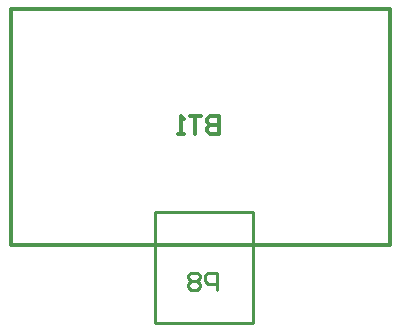
<source format=gbr>
%TF.GenerationSoftware,Altium Limited,Altium Designer,20.1.14 (287)*%
G04 Layer_Color=8388736*
%FSLAX45Y45*%
%MOMM*%
%TF.SameCoordinates,D919A4BC-3EF6-4BA5-801F-EB9C9E4D33F9*%
%TF.FilePolarity,Positive*%
%TF.FileFunction,Other,Assembly_bot*%
%TF.Part,Single*%
G01*
G75*
%TA.AperFunction,NonConductor*%
%ADD61C,0.25000*%
%ADD62C,0.25400*%
%ADD104C,0.30000*%
D61*
X2130000Y320000D02*
Y469952D01*
X2055024D01*
X2030033Y444960D01*
Y394976D01*
X2055024Y369984D01*
X2130000D01*
X1980049Y444960D02*
X1955057Y469952D01*
X1905073D01*
X1880081Y444960D01*
Y419968D01*
X1905073Y394976D01*
X1880081Y369984D01*
Y344992D01*
X1905073Y320000D01*
X1955057D01*
X1980049Y344992D01*
Y369984D01*
X1955057Y394976D01*
X1980049Y419968D01*
Y444960D01*
X1955057Y394976D02*
X1905073D01*
D62*
X1602498Y46275D02*
Y983775D01*
Y46275D02*
X2432500D01*
Y983775D01*
X1602498D02*
X2432500D01*
D104*
X3593871Y705000D02*
Y2700000D01*
X386371Y705000D02*
X3593871D01*
X386371Y2700000D02*
X3593871D01*
X386371Y705000D02*
Y2700000D01*
X2145000Y1795452D02*
Y1645500D01*
X2070024D01*
X2045032Y1670492D01*
Y1695484D01*
X2070024Y1720476D01*
X2145000D01*
X2070024D01*
X2045032Y1745468D01*
Y1770460D01*
X2070024Y1795452D01*
X2145000D01*
X1995049D02*
X1895081D01*
X1945065D01*
Y1645500D01*
X1845097D02*
X1795113D01*
X1820105D01*
Y1795452D01*
X1845097Y1770460D01*
%TF.MD5,c9047a2865048b12d129fe8aa0391c9a*%
M02*

</source>
